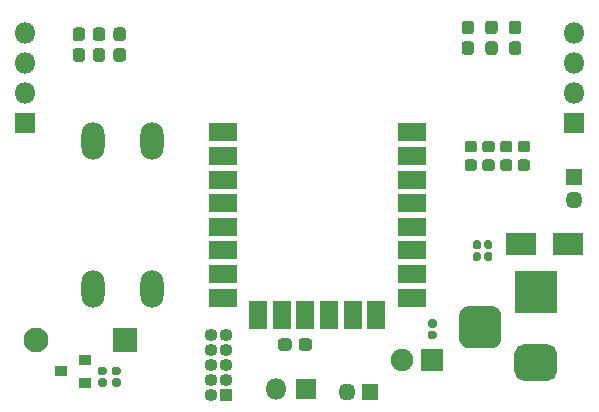
<source format=gbr>
%TF.GenerationSoftware,KiCad,Pcbnew,(5.1.6)-1*%
%TF.CreationDate,2021-03-25T12:52:47+05:30*%
%TF.ProjectId,RX_Controller,52585f43-6f6e-4747-926f-6c6c65722e6b,rev?*%
%TF.SameCoordinates,Original*%
%TF.FileFunction,Soldermask,Top*%
%TF.FilePolarity,Negative*%
%FSLAX46Y46*%
G04 Gerber Fmt 4.6, Leading zero omitted, Abs format (unit mm)*
G04 Created by KiCad (PCBNEW (5.1.6)-1) date 2021-03-25 12:52:47*
%MOMM*%
%LPD*%
G01*
G04 APERTURE LIST*
%ADD10O,1.950000X3.148000*%
%ADD11O,1.800000X1.800000*%
%ADD12R,1.800000X1.800000*%
%ADD13R,2.100000X2.100000*%
%ADD14C,2.100000*%
%ADD15R,2.600000X1.900000*%
%ADD16R,3.600000X3.600000*%
%ADD17R,1.100000X1.100000*%
%ADD18O,1.100000X1.100000*%
%ADD19R,1.450000X1.450000*%
%ADD20O,1.450000X1.450000*%
%ADD21R,1.000000X0.900000*%
%ADD22R,1.900000X1.900000*%
%ADD23C,1.900000*%
%ADD24R,2.400000X1.500000*%
%ADD25R,1.500000X2.400000*%
%ADD26R,2.430000X1.500000*%
G04 APERTURE END LIST*
D10*
%TO.C,SW1*%
X107500000Y-90750000D03*
X112500000Y-90750000D03*
X107500000Y-103250000D03*
X112500000Y-103250000D03*
%TD*%
D11*
%TO.C,J3*%
X148250000Y-81630000D03*
X148250000Y-84170000D03*
X148250000Y-86710000D03*
D12*
X148250000Y-89250000D03*
%TD*%
%TO.C,BT1*%
X125540000Y-111750000D03*
D11*
X123000000Y-111750000D03*
%TD*%
D13*
%TO.C,BZ1*%
X110250000Y-107600000D03*
D14*
X102650000Y-107600000D03*
%TD*%
%TO.C,C15*%
G36*
G01*
X140718750Y-90725000D02*
X141281250Y-90725000D01*
G75*
G02*
X141525000Y-90968750I0J-243750D01*
G01*
X141525000Y-91456250D01*
G75*
G02*
X141281250Y-91700000I-243750J0D01*
G01*
X140718750Y-91700000D01*
G75*
G02*
X140475000Y-91456250I0J243750D01*
G01*
X140475000Y-90968750D01*
G75*
G02*
X140718750Y-90725000I243750J0D01*
G01*
G37*
G36*
G01*
X140718750Y-92300000D02*
X141281250Y-92300000D01*
G75*
G02*
X141525000Y-92543750I0J-243750D01*
G01*
X141525000Y-93031250D01*
G75*
G02*
X141281250Y-93275000I-243750J0D01*
G01*
X140718750Y-93275000D01*
G75*
G02*
X140475000Y-93031250I0J243750D01*
G01*
X140475000Y-92543750D01*
G75*
G02*
X140718750Y-92300000I243750J0D01*
G01*
G37*
%TD*%
%TO.C,C16*%
G36*
G01*
X142218750Y-92300000D02*
X142781250Y-92300000D01*
G75*
G02*
X143025000Y-92543750I0J-243750D01*
G01*
X143025000Y-93031250D01*
G75*
G02*
X142781250Y-93275000I-243750J0D01*
G01*
X142218750Y-93275000D01*
G75*
G02*
X141975000Y-93031250I0J243750D01*
G01*
X141975000Y-92543750D01*
G75*
G02*
X142218750Y-92300000I243750J0D01*
G01*
G37*
G36*
G01*
X142218750Y-90725000D02*
X142781250Y-90725000D01*
G75*
G02*
X143025000Y-90968750I0J-243750D01*
G01*
X143025000Y-91456250D01*
G75*
G02*
X142781250Y-91700000I-243750J0D01*
G01*
X142218750Y-91700000D01*
G75*
G02*
X141975000Y-91456250I0J243750D01*
G01*
X141975000Y-90968750D01*
G75*
G02*
X142218750Y-90725000I243750J0D01*
G01*
G37*
%TD*%
D15*
%TO.C,D1*%
X147750000Y-99500000D03*
X143750000Y-99500000D03*
%TD*%
%TO.C,D3*%
G36*
G01*
X140987500Y-82300000D02*
X141512500Y-82300000D01*
G75*
G02*
X141775000Y-82562500I0J-262500D01*
G01*
X141775000Y-83187500D01*
G75*
G02*
X141512500Y-83450000I-262500J0D01*
G01*
X140987500Y-83450000D01*
G75*
G02*
X140725000Y-83187500I0J262500D01*
G01*
X140725000Y-82562500D01*
G75*
G02*
X140987500Y-82300000I262500J0D01*
G01*
G37*
G36*
G01*
X140987500Y-80550000D02*
X141512500Y-80550000D01*
G75*
G02*
X141775000Y-80812500I0J-262500D01*
G01*
X141775000Y-81437500D01*
G75*
G02*
X141512500Y-81700000I-262500J0D01*
G01*
X140987500Y-81700000D01*
G75*
G02*
X140725000Y-81437500I0J262500D01*
G01*
X140725000Y-80812500D01*
G75*
G02*
X140987500Y-80550000I262500J0D01*
G01*
G37*
%TD*%
%TO.C,D2*%
G36*
G01*
X138987501Y-80550000D02*
X139512501Y-80550000D01*
G75*
G02*
X139775001Y-80812500I0J-262500D01*
G01*
X139775001Y-81437500D01*
G75*
G02*
X139512501Y-81700000I-262500J0D01*
G01*
X138987501Y-81700000D01*
G75*
G02*
X138725001Y-81437500I0J262500D01*
G01*
X138725001Y-80812500D01*
G75*
G02*
X138987501Y-80550000I262500J0D01*
G01*
G37*
G36*
G01*
X138987501Y-82300000D02*
X139512501Y-82300000D01*
G75*
G02*
X139775001Y-82562500I0J-262500D01*
G01*
X139775001Y-83187500D01*
G75*
G02*
X139512501Y-83450000I-262500J0D01*
G01*
X138987501Y-83450000D01*
G75*
G02*
X138725001Y-83187500I0J262500D01*
G01*
X138725001Y-82562500D01*
G75*
G02*
X138987501Y-82300000I262500J0D01*
G01*
G37*
%TD*%
%TO.C,D7*%
G36*
G01*
X142987500Y-80550000D02*
X143512500Y-80550000D01*
G75*
G02*
X143775000Y-80812500I0J-262500D01*
G01*
X143775000Y-81437500D01*
G75*
G02*
X143512500Y-81700000I-262500J0D01*
G01*
X142987500Y-81700000D01*
G75*
G02*
X142725000Y-81437500I0J262500D01*
G01*
X142725000Y-80812500D01*
G75*
G02*
X142987500Y-80550000I262500J0D01*
G01*
G37*
G36*
G01*
X142987500Y-82300000D02*
X143512500Y-82300000D01*
G75*
G02*
X143775000Y-82562500I0J-262500D01*
G01*
X143775000Y-83187500D01*
G75*
G02*
X143512500Y-83450000I-262500J0D01*
G01*
X142987500Y-83450000D01*
G75*
G02*
X142725000Y-83187500I0J262500D01*
G01*
X142725000Y-82562500D01*
G75*
G02*
X142987500Y-82300000I262500J0D01*
G01*
G37*
%TD*%
D12*
%TO.C,J4*%
X101750000Y-89250000D03*
D11*
X101750000Y-86710000D03*
X101750000Y-84170000D03*
X101750000Y-81630000D03*
%TD*%
D16*
%TO.C,J1*%
X145000000Y-103500000D03*
G36*
G01*
X146025000Y-111050000D02*
X143975000Y-111050000D01*
G75*
G02*
X143200000Y-110275000I0J775000D01*
G01*
X143200000Y-108725000D01*
G75*
G02*
X143975000Y-107950000I775000J0D01*
G01*
X146025000Y-107950000D01*
G75*
G02*
X146800000Y-108725000I0J-775000D01*
G01*
X146800000Y-110275000D01*
G75*
G02*
X146025000Y-111050000I-775000J0D01*
G01*
G37*
G36*
G01*
X141200000Y-108300000D02*
X139400000Y-108300000D01*
G75*
G02*
X138500000Y-107400000I0J900000D01*
G01*
X138500000Y-105600000D01*
G75*
G02*
X139400000Y-104700000I900000J0D01*
G01*
X141200000Y-104700000D01*
G75*
G02*
X142100000Y-105600000I0J-900000D01*
G01*
X142100000Y-107400000D01*
G75*
G02*
X141200000Y-108300000I-900000J0D01*
G01*
G37*
%TD*%
D17*
%TO.C,J2*%
X118750000Y-112250000D03*
D18*
X117480000Y-112250000D03*
X118750000Y-110980000D03*
X117480000Y-110980000D03*
X118750000Y-109710000D03*
X117480000Y-109710000D03*
X118750000Y-108440000D03*
X117480000Y-108440000D03*
X118750000Y-107170000D03*
X117480000Y-107170000D03*
%TD*%
D19*
%TO.C,J5*%
X148250000Y-93750000D03*
D20*
X148250000Y-95750000D03*
%TD*%
D21*
%TO.C,Q1*%
X106825000Y-111200000D03*
X106825000Y-109300000D03*
X104825000Y-110250000D03*
%TD*%
%TO.C,R12*%
G36*
G01*
X109512500Y-81125000D02*
X110037500Y-81125000D01*
G75*
G02*
X110300000Y-81387500I0J-262500D01*
G01*
X110300000Y-82012500D01*
G75*
G02*
X110037500Y-82275000I-262500J0D01*
G01*
X109512500Y-82275000D01*
G75*
G02*
X109250000Y-82012500I0J262500D01*
G01*
X109250000Y-81387500D01*
G75*
G02*
X109512500Y-81125000I262500J0D01*
G01*
G37*
G36*
G01*
X109512500Y-82875000D02*
X110037500Y-82875000D01*
G75*
G02*
X110300000Y-83137500I0J-262500D01*
G01*
X110300000Y-83762500D01*
G75*
G02*
X110037500Y-84025000I-262500J0D01*
G01*
X109512500Y-84025000D01*
G75*
G02*
X109250000Y-83762500I0J262500D01*
G01*
X109250000Y-83137500D01*
G75*
G02*
X109512500Y-82875000I262500J0D01*
G01*
G37*
%TD*%
%TO.C,R13*%
G36*
G01*
X108287500Y-84025000D02*
X107762500Y-84025000D01*
G75*
G02*
X107500000Y-83762500I0J262500D01*
G01*
X107500000Y-83137500D01*
G75*
G02*
X107762500Y-82875000I262500J0D01*
G01*
X108287500Y-82875000D01*
G75*
G02*
X108550000Y-83137500I0J-262500D01*
G01*
X108550000Y-83762500D01*
G75*
G02*
X108287500Y-84025000I-262500J0D01*
G01*
G37*
G36*
G01*
X108287500Y-82275000D02*
X107762500Y-82275000D01*
G75*
G02*
X107500000Y-82012500I0J262500D01*
G01*
X107500000Y-81387500D01*
G75*
G02*
X107762500Y-81125000I262500J0D01*
G01*
X108287500Y-81125000D01*
G75*
G02*
X108550000Y-81387500I0J-262500D01*
G01*
X108550000Y-82012500D01*
G75*
G02*
X108287500Y-82275000I-262500J0D01*
G01*
G37*
%TD*%
%TO.C,R14*%
G36*
G01*
X106062500Y-82875000D02*
X106587500Y-82875000D01*
G75*
G02*
X106850000Y-83137500I0J-262500D01*
G01*
X106850000Y-83762500D01*
G75*
G02*
X106587500Y-84025000I-262500J0D01*
G01*
X106062500Y-84025000D01*
G75*
G02*
X105800000Y-83762500I0J262500D01*
G01*
X105800000Y-83137500D01*
G75*
G02*
X106062500Y-82875000I262500J0D01*
G01*
G37*
G36*
G01*
X106062500Y-81125000D02*
X106587500Y-81125000D01*
G75*
G02*
X106850000Y-81387500I0J-262500D01*
G01*
X106850000Y-82012500D01*
G75*
G02*
X106587500Y-82275000I-262500J0D01*
G01*
X106062500Y-82275000D01*
G75*
G02*
X105800000Y-82012500I0J262500D01*
G01*
X105800000Y-81387500D01*
G75*
G02*
X106062500Y-81125000I262500J0D01*
G01*
G37*
%TD*%
%TO.C,R8*%
G36*
G01*
X136052500Y-106815000D02*
X136447500Y-106815000D01*
G75*
G02*
X136620000Y-106987500I0J-172500D01*
G01*
X136620000Y-107332500D01*
G75*
G02*
X136447500Y-107505000I-172500J0D01*
G01*
X136052500Y-107505000D01*
G75*
G02*
X135880000Y-107332500I0J172500D01*
G01*
X135880000Y-106987500D01*
G75*
G02*
X136052500Y-106815000I172500J0D01*
G01*
G37*
G36*
G01*
X136052500Y-105845000D02*
X136447500Y-105845000D01*
G75*
G02*
X136620000Y-106017500I0J-172500D01*
G01*
X136620000Y-106362500D01*
G75*
G02*
X136447500Y-106535000I-172500J0D01*
G01*
X136052500Y-106535000D01*
G75*
G02*
X135880000Y-106362500I0J172500D01*
G01*
X135880000Y-106017500D01*
G75*
G02*
X136052500Y-105845000I172500J0D01*
G01*
G37*
%TD*%
%TO.C,R9*%
G36*
G01*
X109672500Y-111530000D02*
X109277500Y-111530000D01*
G75*
G02*
X109105000Y-111357500I0J172500D01*
G01*
X109105000Y-111012500D01*
G75*
G02*
X109277500Y-110840000I172500J0D01*
G01*
X109672500Y-110840000D01*
G75*
G02*
X109845000Y-111012500I0J-172500D01*
G01*
X109845000Y-111357500D01*
G75*
G02*
X109672500Y-111530000I-172500J0D01*
G01*
G37*
G36*
G01*
X109672500Y-110560000D02*
X109277500Y-110560000D01*
G75*
G02*
X109105000Y-110387500I0J172500D01*
G01*
X109105000Y-110042500D01*
G75*
G02*
X109277500Y-109870000I172500J0D01*
G01*
X109672500Y-109870000D01*
G75*
G02*
X109845000Y-110042500I0J-172500D01*
G01*
X109845000Y-110387500D01*
G75*
G02*
X109672500Y-110560000I-172500J0D01*
G01*
G37*
%TD*%
%TO.C,R7*%
G36*
G01*
X108497500Y-110560000D02*
X108102500Y-110560000D01*
G75*
G02*
X107930000Y-110387500I0J172500D01*
G01*
X107930000Y-110042500D01*
G75*
G02*
X108102500Y-109870000I172500J0D01*
G01*
X108497500Y-109870000D01*
G75*
G02*
X108670000Y-110042500I0J-172500D01*
G01*
X108670000Y-110387500D01*
G75*
G02*
X108497500Y-110560000I-172500J0D01*
G01*
G37*
G36*
G01*
X108497500Y-111530000D02*
X108102500Y-111530000D01*
G75*
G02*
X107930000Y-111357500I0J172500D01*
G01*
X107930000Y-111012500D01*
G75*
G02*
X108102500Y-110840000I172500J0D01*
G01*
X108497500Y-110840000D01*
G75*
G02*
X108670000Y-111012500I0J-172500D01*
G01*
X108670000Y-111357500D01*
G75*
G02*
X108497500Y-111530000I-172500J0D01*
G01*
G37*
%TD*%
%TO.C,R20*%
G36*
G01*
X139218750Y-92300000D02*
X139781250Y-92300000D01*
G75*
G02*
X140025000Y-92543750I0J-243750D01*
G01*
X140025000Y-93031250D01*
G75*
G02*
X139781250Y-93275000I-243750J0D01*
G01*
X139218750Y-93275000D01*
G75*
G02*
X138975000Y-93031250I0J243750D01*
G01*
X138975000Y-92543750D01*
G75*
G02*
X139218750Y-92300000I243750J0D01*
G01*
G37*
G36*
G01*
X139218750Y-90725000D02*
X139781250Y-90725000D01*
G75*
G02*
X140025000Y-90968750I0J-243750D01*
G01*
X140025000Y-91456250D01*
G75*
G02*
X139781250Y-91700000I-243750J0D01*
G01*
X139218750Y-91700000D01*
G75*
G02*
X138975000Y-91456250I0J243750D01*
G01*
X138975000Y-90968750D01*
G75*
G02*
X139218750Y-90725000I243750J0D01*
G01*
G37*
%TD*%
%TO.C,R22*%
G36*
G01*
X144281250Y-93275000D02*
X143718750Y-93275000D01*
G75*
G02*
X143475000Y-93031250I0J243750D01*
G01*
X143475000Y-92543750D01*
G75*
G02*
X143718750Y-92300000I243750J0D01*
G01*
X144281250Y-92300000D01*
G75*
G02*
X144525000Y-92543750I0J-243750D01*
G01*
X144525000Y-93031250D01*
G75*
G02*
X144281250Y-93275000I-243750J0D01*
G01*
G37*
G36*
G01*
X144281250Y-91700000D02*
X143718750Y-91700000D01*
G75*
G02*
X143475000Y-91456250I0J243750D01*
G01*
X143475000Y-90968750D01*
G75*
G02*
X143718750Y-90725000I243750J0D01*
G01*
X144281250Y-90725000D01*
G75*
G02*
X144525000Y-90968750I0J-243750D01*
G01*
X144525000Y-91456250D01*
G75*
G02*
X144281250Y-91700000I-243750J0D01*
G01*
G37*
%TD*%
%TO.C,R17*%
G36*
G01*
X140360000Y-99327500D02*
X140360000Y-99722500D01*
G75*
G02*
X140187500Y-99895000I-172500J0D01*
G01*
X139842500Y-99895000D01*
G75*
G02*
X139670000Y-99722500I0J172500D01*
G01*
X139670000Y-99327500D01*
G75*
G02*
X139842500Y-99155000I172500J0D01*
G01*
X140187500Y-99155000D01*
G75*
G02*
X140360000Y-99327500I0J-172500D01*
G01*
G37*
G36*
G01*
X141330000Y-99327500D02*
X141330000Y-99722500D01*
G75*
G02*
X141157500Y-99895000I-172500J0D01*
G01*
X140812500Y-99895000D01*
G75*
G02*
X140640000Y-99722500I0J172500D01*
G01*
X140640000Y-99327500D01*
G75*
G02*
X140812500Y-99155000I172500J0D01*
G01*
X141157500Y-99155000D01*
G75*
G02*
X141330000Y-99327500I0J-172500D01*
G01*
G37*
%TD*%
%TO.C,R18*%
G36*
G01*
X141330000Y-100327500D02*
X141330000Y-100722500D01*
G75*
G02*
X141157500Y-100895000I-172500J0D01*
G01*
X140812500Y-100895000D01*
G75*
G02*
X140640000Y-100722500I0J172500D01*
G01*
X140640000Y-100327500D01*
G75*
G02*
X140812500Y-100155000I172500J0D01*
G01*
X141157500Y-100155000D01*
G75*
G02*
X141330000Y-100327500I0J-172500D01*
G01*
G37*
G36*
G01*
X140360000Y-100327500D02*
X140360000Y-100722500D01*
G75*
G02*
X140187500Y-100895000I-172500J0D01*
G01*
X139842500Y-100895000D01*
G75*
G02*
X139670000Y-100722500I0J172500D01*
G01*
X139670000Y-100327500D01*
G75*
G02*
X139842500Y-100155000I172500J0D01*
G01*
X140187500Y-100155000D01*
G75*
G02*
X140360000Y-100327500I0J-172500D01*
G01*
G37*
%TD*%
D19*
%TO.C,TH1*%
X131000000Y-112000000D03*
D20*
X129000000Y-112000000D03*
%TD*%
D22*
%TO.C,D4*%
X136250000Y-109250000D03*
D23*
X133710000Y-109250000D03*
%TD*%
%TO.C,C5*%
G36*
G01*
X126075000Y-107712500D02*
X126075000Y-108237500D01*
G75*
G02*
X125812500Y-108500000I-262500J0D01*
G01*
X125187500Y-108500000D01*
G75*
G02*
X124925000Y-108237500I0J262500D01*
G01*
X124925000Y-107712500D01*
G75*
G02*
X125187500Y-107450000I262500J0D01*
G01*
X125812500Y-107450000D01*
G75*
G02*
X126075000Y-107712500I0J-262500D01*
G01*
G37*
G36*
G01*
X124325000Y-107712500D02*
X124325000Y-108237500D01*
G75*
G02*
X124062500Y-108500000I-262500J0D01*
G01*
X123437500Y-108500000D01*
G75*
G02*
X123175000Y-108237500I0J262500D01*
G01*
X123175000Y-107712500D01*
G75*
G02*
X123437500Y-107450000I262500J0D01*
G01*
X124062500Y-107450000D01*
G75*
G02*
X124325000Y-107712500I0J-262500D01*
G01*
G37*
%TD*%
D24*
%TO.C,U2*%
X118500000Y-90000000D03*
X118500000Y-92000000D03*
X118500000Y-94000000D03*
X118500000Y-96000000D03*
X118500000Y-98000000D03*
X118500000Y-100000000D03*
X118500000Y-102000000D03*
X118500000Y-104000000D03*
D25*
X121500000Y-105500000D03*
X123500000Y-105500000D03*
X125500000Y-105500000D03*
X127500000Y-105500000D03*
X129500000Y-105500000D03*
X131500000Y-105500000D03*
D24*
X134500000Y-104000000D03*
X134500000Y-102000000D03*
X134500000Y-100000000D03*
X134500000Y-98000000D03*
X134500000Y-96000000D03*
X134500000Y-94000000D03*
D26*
X134500000Y-92000000D03*
D24*
X134500000Y-90000000D03*
%TD*%
M02*

</source>
